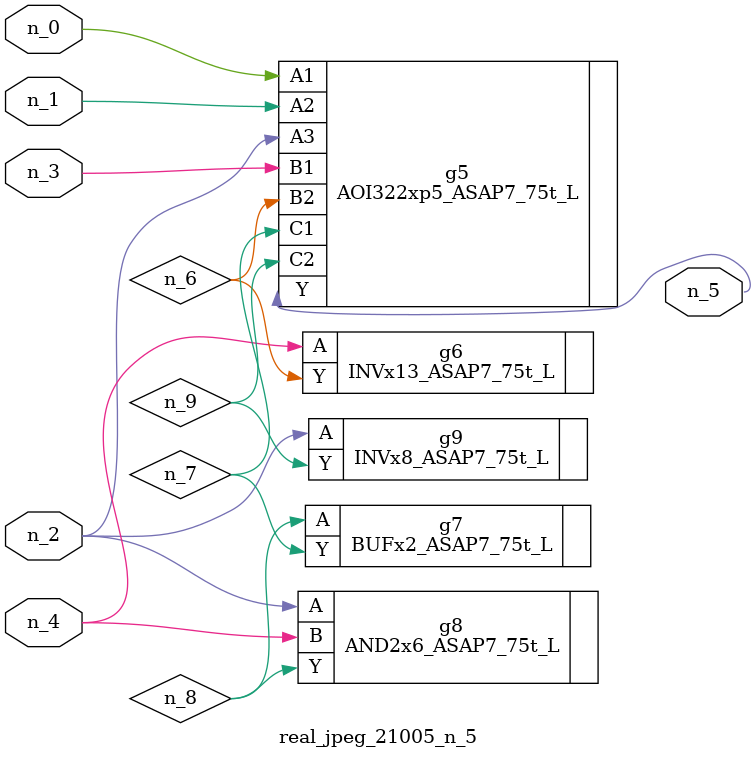
<source format=v>
module real_jpeg_21005_n_5 (n_4, n_0, n_1, n_2, n_3, n_5);

input n_4;
input n_0;
input n_1;
input n_2;
input n_3;

output n_5;

wire n_8;
wire n_6;
wire n_7;
wire n_9;

AOI322xp5_ASAP7_75t_L g5 ( 
.A1(n_0),
.A2(n_1),
.A3(n_2),
.B1(n_3),
.B2(n_6),
.C1(n_7),
.C2(n_9),
.Y(n_5)
);

AND2x6_ASAP7_75t_L g8 ( 
.A(n_2),
.B(n_4),
.Y(n_8)
);

INVx8_ASAP7_75t_L g9 ( 
.A(n_2),
.Y(n_9)
);

INVx13_ASAP7_75t_L g6 ( 
.A(n_4),
.Y(n_6)
);

BUFx2_ASAP7_75t_L g7 ( 
.A(n_8),
.Y(n_7)
);


endmodule
</source>
